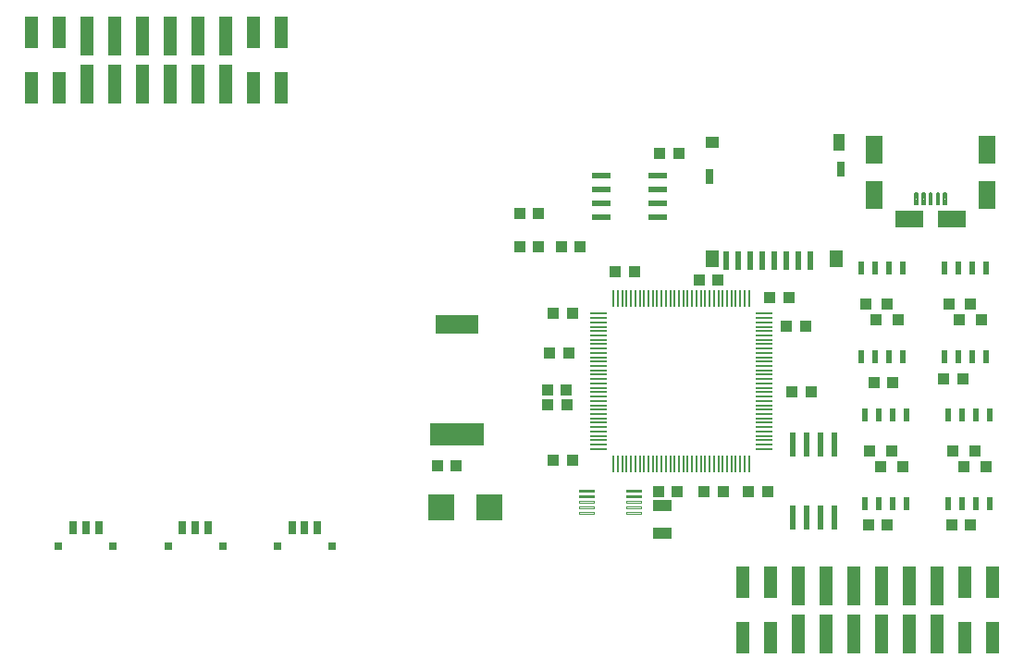
<source format=gbr>
G04 EAGLE Gerber RS-274X export*
G75*
%MOMM*%
%FSLAX34Y34*%
%LPD*%
%INSolderpaste Top*%
%IPPOS*%
%AMOC8*
5,1,8,0,0,1.08239X$1,22.5*%
G01*
%ADD10R,0.200000X1.600000*%
%ADD11R,1.600000X0.200000*%
%ADD12R,1.050000X1.080000*%
%ADD13C,0.118838*%
%ADD14R,0.500000X1.200000*%
%ADD15R,1.000000X1.000000*%
%ADD16R,5.000000X2.000000*%
%ADD17R,4.000000X1.700000*%
%ADD18R,2.400000X2.400000*%
%ADD19R,1.000000X1.100000*%
%ADD20R,0.600000X2.200000*%
%ADD21C,0.200000*%
%ADD22R,1.500000X2.500000*%
%ADD23R,2.500000X1.500000*%
%ADD24R,0.550000X1.750000*%
%ADD25R,1.300000X1.500000*%
%ADD26R,1.000000X1.550000*%
%ADD27R,0.800000X1.400000*%
%ADD28R,1.300000X1.000000*%
%ADD29R,1.270000X3.000000*%
%ADD30R,1.270000X3.680000*%
%ADD31R,0.650000X0.650000*%
%ADD32R,0.800000X1.250000*%
%ADD33R,1.800000X1.000000*%
%ADD34R,1.745500X0.591500*%


D10*
X602800Y201500D03*
X606800Y201500D03*
X610800Y201500D03*
X614800Y201500D03*
X618800Y201500D03*
X622800Y201500D03*
X626800Y201500D03*
X630800Y201500D03*
X634800Y201500D03*
X638800Y201500D03*
X642800Y201500D03*
X646800Y201500D03*
X650800Y201500D03*
X654800Y201500D03*
X658800Y201500D03*
X662800Y201500D03*
X666800Y201500D03*
X670800Y201500D03*
X674800Y201500D03*
X678800Y201500D03*
X682800Y201500D03*
X686800Y201500D03*
X690800Y201500D03*
X694800Y201500D03*
X698800Y201500D03*
X702800Y201500D03*
X706800Y201500D03*
X710800Y201500D03*
X714800Y201500D03*
X718800Y201500D03*
X722800Y201500D03*
X726800Y201500D03*
D11*
X740800Y215500D03*
X740800Y219500D03*
X740800Y223500D03*
X740800Y227500D03*
X740800Y231500D03*
X740800Y235500D03*
X740800Y239500D03*
X740800Y243500D03*
X740800Y247500D03*
X740800Y251500D03*
X740800Y255500D03*
X740800Y259500D03*
X740800Y263500D03*
X740800Y267500D03*
X740800Y271500D03*
X740800Y275500D03*
X740800Y279500D03*
X740800Y283500D03*
X740800Y287500D03*
X740800Y291500D03*
X740800Y295500D03*
X740800Y299500D03*
X740800Y303500D03*
X740800Y307500D03*
X740800Y311500D03*
X740800Y315500D03*
X740800Y319500D03*
X740800Y323500D03*
X740800Y327500D03*
X740800Y331500D03*
X740800Y335500D03*
X740800Y339500D03*
D10*
X726800Y353500D03*
X722800Y353500D03*
X718800Y353500D03*
X714800Y353500D03*
X710800Y353500D03*
X706800Y353500D03*
X702800Y353500D03*
X698800Y353500D03*
X694800Y353500D03*
X690800Y353500D03*
X686800Y353500D03*
X682800Y353500D03*
X678800Y353500D03*
X674800Y353500D03*
X670800Y353500D03*
X666800Y353500D03*
X662800Y353500D03*
X658800Y353500D03*
X654800Y353500D03*
X650800Y353500D03*
X646800Y353500D03*
X642800Y353500D03*
X638800Y353500D03*
X634800Y353500D03*
X630800Y353500D03*
X626800Y353500D03*
X622800Y353500D03*
X618800Y353500D03*
X614800Y353500D03*
X610800Y353500D03*
X606800Y353500D03*
X602800Y353500D03*
D11*
X588800Y339500D03*
X588800Y335500D03*
X588800Y331500D03*
X588800Y327500D03*
X588800Y323500D03*
X588800Y319500D03*
X588800Y315500D03*
X588800Y311500D03*
X588800Y307500D03*
X588800Y303500D03*
X588800Y299500D03*
X588800Y295500D03*
X588800Y291500D03*
X588800Y287500D03*
X588800Y283500D03*
X588800Y279500D03*
X588800Y275500D03*
X588800Y271500D03*
X588800Y267500D03*
X588800Y263500D03*
X588800Y259500D03*
X588800Y255500D03*
X588800Y251500D03*
X588800Y247500D03*
X588800Y243500D03*
X588800Y239500D03*
X588800Y235500D03*
X588800Y231500D03*
X588800Y227500D03*
X588800Y223500D03*
X588800Y219500D03*
X588800Y215500D03*
D12*
X703302Y176556D03*
X685802Y176556D03*
D13*
X627862Y158171D02*
X614666Y158171D01*
X627862Y158171D02*
X627862Y156389D01*
X614666Y156389D01*
X614666Y158171D01*
X614666Y157518D02*
X627862Y157518D01*
X627862Y163171D02*
X614666Y163171D01*
X627862Y163171D02*
X627862Y161389D01*
X614666Y161389D01*
X614666Y163171D01*
X614666Y162518D02*
X627862Y162518D01*
X627862Y168171D02*
X614666Y168171D01*
X627862Y168171D02*
X627862Y166389D01*
X614666Y166389D01*
X614666Y168171D01*
X614666Y167518D02*
X627862Y167518D01*
X627862Y173171D02*
X614666Y173171D01*
X627862Y173171D02*
X627862Y171389D01*
X614666Y171389D01*
X614666Y173171D01*
X614666Y172518D02*
X627862Y172518D01*
X627862Y178171D02*
X614666Y178171D01*
X627862Y178171D02*
X627862Y176389D01*
X614666Y176389D01*
X614666Y178171D01*
X614666Y177518D02*
X627862Y177518D01*
X584954Y178171D02*
X571758Y178171D01*
X584954Y178171D02*
X584954Y176389D01*
X571758Y176389D01*
X571758Y178171D01*
X571758Y177518D02*
X584954Y177518D01*
X584954Y173171D02*
X571758Y173171D01*
X584954Y173171D02*
X584954Y171389D01*
X571758Y171389D01*
X571758Y173171D01*
X571758Y172518D02*
X584954Y172518D01*
X584954Y168171D02*
X571758Y168171D01*
X584954Y168171D02*
X584954Y166389D01*
X571758Y166389D01*
X571758Y168171D01*
X571758Y167518D02*
X584954Y167518D01*
X584954Y163171D02*
X571758Y163171D01*
X584954Y163171D02*
X584954Y161389D01*
X571758Y161389D01*
X571758Y163171D01*
X571758Y162518D02*
X584954Y162518D01*
X584954Y158171D02*
X571758Y158171D01*
X584954Y158171D02*
X584954Y156389D01*
X571758Y156389D01*
X571758Y158171D01*
X571758Y157518D02*
X584954Y157518D01*
D14*
X833202Y246980D03*
X845902Y246980D03*
X858602Y246980D03*
X871302Y246980D03*
X871302Y165780D03*
X858602Y165780D03*
X845902Y165780D03*
X833202Y165780D03*
D15*
X867252Y198880D03*
X857252Y213880D03*
X847252Y198880D03*
X837252Y213880D03*
D14*
X909402Y246980D03*
X922102Y246980D03*
X934802Y246980D03*
X947502Y246980D03*
X947502Y165780D03*
X934802Y165780D03*
X922102Y165780D03*
X909402Y165780D03*
D15*
X943452Y198880D03*
X933452Y213880D03*
X923452Y198880D03*
X913452Y213880D03*
D14*
X905592Y381600D03*
X918292Y381600D03*
X930992Y381600D03*
X943692Y381600D03*
X943692Y300400D03*
X930992Y300400D03*
X918292Y300400D03*
X905592Y300400D03*
D15*
X939642Y333500D03*
X929642Y348500D03*
X919642Y333500D03*
X909642Y348500D03*
D14*
X829392Y381600D03*
X842092Y381600D03*
X854792Y381600D03*
X867492Y381600D03*
X867492Y300400D03*
X854792Y300400D03*
X842092Y300400D03*
X829392Y300400D03*
D15*
X863442Y333500D03*
X853442Y348500D03*
X843442Y333500D03*
X833442Y348500D03*
D16*
X460000Y228500D03*
D17*
X460000Y330000D03*
D18*
X489320Y161770D03*
X445320Y161770D03*
D19*
X458500Y200000D03*
X441500Y200000D03*
D20*
X766654Y152910D03*
X779354Y152910D03*
X792054Y152910D03*
X804754Y152910D03*
X804754Y219210D03*
X792054Y219210D03*
X779354Y219210D03*
X766654Y219210D03*
D21*
X905096Y439508D02*
X905096Y450008D01*
X907096Y450008D01*
X907096Y439508D01*
X905096Y439508D01*
X905096Y441408D02*
X907096Y441408D01*
X907096Y443308D02*
X905096Y443308D01*
X905096Y445208D02*
X907096Y445208D01*
X907096Y447108D02*
X905096Y447108D01*
X905096Y449008D02*
X907096Y449008D01*
X898596Y450008D02*
X898596Y439508D01*
X898596Y450008D02*
X900596Y450008D01*
X900596Y439508D01*
X898596Y439508D01*
X898596Y441408D02*
X900596Y441408D01*
X900596Y443308D02*
X898596Y443308D01*
X898596Y445208D02*
X900596Y445208D01*
X900596Y447108D02*
X898596Y447108D01*
X898596Y449008D02*
X900596Y449008D01*
X892096Y450008D02*
X892096Y439508D01*
X892096Y450008D02*
X894096Y450008D01*
X894096Y439508D01*
X892096Y439508D01*
X892096Y441408D02*
X894096Y441408D01*
X894096Y443308D02*
X892096Y443308D01*
X892096Y445208D02*
X894096Y445208D01*
X894096Y447108D02*
X892096Y447108D01*
X892096Y449008D02*
X894096Y449008D01*
X885596Y450008D02*
X885596Y439508D01*
X885596Y450008D02*
X887596Y450008D01*
X887596Y439508D01*
X885596Y439508D01*
X885596Y441408D02*
X887596Y441408D01*
X887596Y443308D02*
X885596Y443308D01*
X885596Y445208D02*
X887596Y445208D01*
X887596Y447108D02*
X885596Y447108D01*
X885596Y449008D02*
X887596Y449008D01*
X879096Y450008D02*
X879096Y439508D01*
X879096Y450008D02*
X881096Y450008D01*
X881096Y439508D01*
X879096Y439508D01*
X879096Y441408D02*
X881096Y441408D01*
X881096Y443308D02*
X879096Y443308D01*
X879096Y445208D02*
X881096Y445208D01*
X881096Y447108D02*
X879096Y447108D01*
X879096Y449008D02*
X881096Y449008D01*
D22*
X944596Y490008D03*
X944596Y448008D03*
D23*
X912596Y426008D03*
X873596Y426008D03*
D22*
X841596Y448008D03*
X841596Y490008D03*
D24*
X705596Y388168D03*
X716596Y388168D03*
X727596Y388168D03*
X738596Y388168D03*
X749596Y388168D03*
X760596Y388168D03*
X771596Y388168D03*
X782596Y388168D03*
D25*
X693596Y389418D03*
X807096Y389418D03*
D26*
X809596Y496168D03*
D27*
X810596Y471918D03*
X691096Y465418D03*
D28*
X693596Y496168D03*
D12*
X559700Y269242D03*
X542200Y269242D03*
X644946Y486398D03*
X662446Y486398D03*
X912360Y146030D03*
X929860Y146030D03*
X836170Y146030D03*
X853670Y146030D03*
X904900Y279840D03*
X922400Y279840D03*
X841250Y276190D03*
X858750Y276190D03*
X766264Y267808D03*
X783764Y267808D03*
X565354Y205428D03*
X547854Y205428D03*
X761250Y328000D03*
X778750Y328000D03*
X745850Y353970D03*
X763350Y353970D03*
X681250Y370000D03*
X698750Y370000D03*
X621930Y377840D03*
X604430Y377840D03*
X726170Y176350D03*
X743670Y176350D03*
X643790Y176350D03*
X661290Y176350D03*
X560020Y255682D03*
X542520Y255682D03*
X562052Y303048D03*
X544552Y303048D03*
X565100Y340000D03*
X547600Y340000D03*
D29*
X70000Y546600D03*
X95400Y546600D03*
D30*
X120800Y550000D03*
X146200Y550000D03*
X171600Y550000D03*
X197000Y550000D03*
X222400Y550000D03*
X247800Y550000D03*
D29*
X273200Y546600D03*
X298600Y546600D03*
X298600Y597400D03*
X273200Y597400D03*
D30*
X247800Y594000D03*
X222400Y594000D03*
X197000Y594000D03*
X171600Y594000D03*
X146200Y594000D03*
X120800Y594000D03*
D29*
X95400Y597400D03*
X70000Y597400D03*
X950000Y93400D03*
X924600Y93400D03*
D30*
X899200Y90000D03*
X873800Y90000D03*
X848400Y90000D03*
X823000Y90000D03*
X797600Y90000D03*
X772200Y90000D03*
D29*
X746800Y93400D03*
X721400Y93400D03*
X721400Y42600D03*
X746800Y42600D03*
D30*
X772200Y46000D03*
X797600Y46000D03*
X823000Y46000D03*
X848400Y46000D03*
X873800Y46000D03*
X899200Y46000D03*
D29*
X924600Y42600D03*
X950000Y42600D03*
D31*
X145000Y126750D03*
X95000Y126750D03*
D32*
X120000Y143750D03*
X131500Y143750D03*
X108500Y143750D03*
D31*
X245000Y126750D03*
X195000Y126750D03*
D32*
X220000Y143750D03*
X231500Y143750D03*
X208500Y143750D03*
D31*
X345000Y126750D03*
X295000Y126750D03*
D32*
X320000Y143750D03*
X331500Y143750D03*
X308500Y143750D03*
D33*
X647700Y163376D03*
X647700Y138376D03*
D34*
X591625Y466344D03*
X591625Y453644D03*
X591625Y440944D03*
X591625Y428244D03*
X643323Y428244D03*
X643323Y440944D03*
X643323Y453644D03*
X643323Y466344D03*
D19*
X534280Y400812D03*
X517280Y400812D03*
X534280Y431292D03*
X517280Y431292D03*
X555380Y400812D03*
X572380Y400812D03*
M02*

</source>
